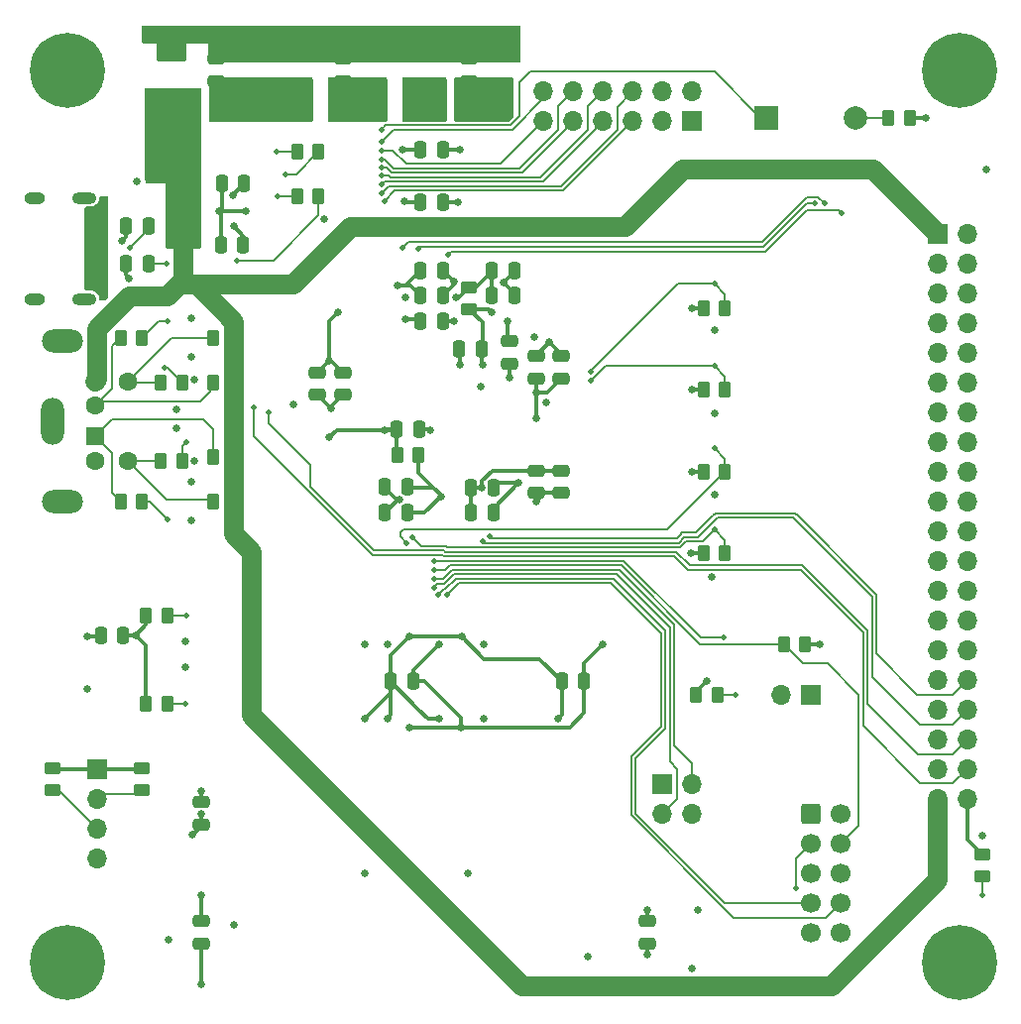
<source format=gbr>
%TF.GenerationSoftware,KiCad,Pcbnew,9.0.2+1*%
%TF.CreationDate,2025-07-26T23:48:39+01:00*%
%TF.ProjectId,ICE40HXDevBoard,49434534-3048-4584-9465-76426f617264,rev?*%
%TF.SameCoordinates,Original*%
%TF.FileFunction,Copper,L4,Bot*%
%TF.FilePolarity,Positive*%
%FSLAX46Y46*%
G04 Gerber Fmt 4.6, Leading zero omitted, Abs format (unit mm)*
G04 Created by KiCad (PCBNEW 9.0.2+1) date 2025-07-26 23:48:39*
%MOMM*%
%LPD*%
G01*
G04 APERTURE LIST*
G04 Aperture macros list*
%AMRoundRect*
0 Rectangle with rounded corners*
0 $1 Rounding radius*
0 $2 $3 $4 $5 $6 $7 $8 $9 X,Y pos of 4 corners*
0 Add a 4 corners polygon primitive as box body*
4,1,4,$2,$3,$4,$5,$6,$7,$8,$9,$2,$3,0*
0 Add four circle primitives for the rounded corners*
1,1,$1+$1,$2,$3*
1,1,$1+$1,$4,$5*
1,1,$1+$1,$6,$7*
1,1,$1+$1,$8,$9*
0 Add four rect primitives between the rounded corners*
20,1,$1+$1,$2,$3,$4,$5,0*
20,1,$1+$1,$4,$5,$6,$7,0*
20,1,$1+$1,$6,$7,$8,$9,0*
20,1,$1+$1,$8,$9,$2,$3,0*%
G04 Aperture macros list end*
%TA.AperFunction,ComponentPad*%
%ADD10R,2.000000X2.000000*%
%TD*%
%TA.AperFunction,ComponentPad*%
%ADD11C,2.000000*%
%TD*%
%TA.AperFunction,ComponentPad*%
%ADD12R,1.600000X1.600000*%
%TD*%
%TA.AperFunction,ComponentPad*%
%ADD13C,1.600000*%
%TD*%
%TA.AperFunction,ComponentPad*%
%ADD14O,3.500000X2.000000*%
%TD*%
%TA.AperFunction,ComponentPad*%
%ADD15O,2.000000X4.000000*%
%TD*%
%TA.AperFunction,ComponentPad*%
%ADD16R,1.700000X1.700000*%
%TD*%
%TA.AperFunction,ComponentPad*%
%ADD17O,1.700000X1.700000*%
%TD*%
%TA.AperFunction,HeatsinkPad*%
%ADD18O,2.100000X1.000000*%
%TD*%
%TA.AperFunction,HeatsinkPad*%
%ADD19O,1.800000X1.000000*%
%TD*%
%TA.AperFunction,ComponentPad*%
%ADD20RoundRect,0.250000X-0.600000X-0.600000X0.600000X-0.600000X0.600000X0.600000X-0.600000X0.600000X0*%
%TD*%
%TA.AperFunction,ComponentPad*%
%ADD21C,1.700000*%
%TD*%
%TA.AperFunction,ComponentPad*%
%ADD22C,6.400000*%
%TD*%
%TA.AperFunction,SMDPad,CuDef*%
%ADD23RoundRect,0.250000X0.475000X-0.250000X0.475000X0.250000X-0.475000X0.250000X-0.475000X-0.250000X0*%
%TD*%
%TA.AperFunction,SMDPad,CuDef*%
%ADD24RoundRect,0.250000X0.262500X0.450000X-0.262500X0.450000X-0.262500X-0.450000X0.262500X-0.450000X0*%
%TD*%
%TA.AperFunction,SMDPad,CuDef*%
%ADD25RoundRect,0.250000X-0.262500X-0.450000X0.262500X-0.450000X0.262500X0.450000X-0.262500X0.450000X0*%
%TD*%
%TA.AperFunction,SMDPad,CuDef*%
%ADD26RoundRect,0.250000X-0.475000X0.250000X-0.475000X-0.250000X0.475000X-0.250000X0.475000X0.250000X0*%
%TD*%
%TA.AperFunction,SMDPad,CuDef*%
%ADD27RoundRect,0.250000X-0.450000X0.262500X-0.450000X-0.262500X0.450000X-0.262500X0.450000X0.262500X0*%
%TD*%
%TA.AperFunction,SMDPad,CuDef*%
%ADD28RoundRect,0.250000X-0.250000X-0.475000X0.250000X-0.475000X0.250000X0.475000X-0.250000X0.475000X0*%
%TD*%
%TA.AperFunction,SMDPad,CuDef*%
%ADD29RoundRect,0.250000X0.250000X0.475000X-0.250000X0.475000X-0.250000X-0.475000X0.250000X-0.475000X0*%
%TD*%
%TA.AperFunction,SMDPad,CuDef*%
%ADD30RoundRect,0.250000X0.425000X-0.450000X0.425000X0.450000X-0.425000X0.450000X-0.425000X-0.450000X0*%
%TD*%
%TA.AperFunction,SMDPad,CuDef*%
%ADD31RoundRect,0.250000X1.025000X-0.787500X1.025000X0.787500X-1.025000X0.787500X-1.025000X-0.787500X0*%
%TD*%
%TA.AperFunction,SMDPad,CuDef*%
%ADD32RoundRect,0.250000X0.450000X-0.262500X0.450000X0.262500X-0.450000X0.262500X-0.450000X-0.262500X0*%
%TD*%
%TA.AperFunction,ViaPad*%
%ADD33C,0.635000*%
%TD*%
%TA.AperFunction,ViaPad*%
%ADD34C,0.762000*%
%TD*%
%TA.AperFunction,ViaPad*%
%ADD35C,0.508000*%
%TD*%
%TA.AperFunction,Conductor*%
%ADD36C,0.317500*%
%TD*%
%TA.AperFunction,Conductor*%
%ADD37C,1.651000*%
%TD*%
%TA.AperFunction,Conductor*%
%ADD38C,0.190500*%
%TD*%
G04 APERTURE END LIST*
D10*
%TO.P,SP1,1,1*%
%TO.N,BUZZER*%
X237510000Y-80264000D03*
D11*
%TO.P,SP1,2,2*%
%TO.N,Net-(R36-Pad1)*%
X245110000Y-80264000D03*
%TD*%
D12*
%TO.P,J11,1*%
%TO.N,Net-(J11-Pad1)*%
X180180000Y-107480000D03*
D13*
%TO.P,J11,2*%
%TO.N,Net-(J11-Pad2)*%
X180180000Y-104880000D03*
%TO.P,J11,3*%
%TO.N,GND*%
X180180000Y-109580000D03*
%TO.P,J11,4*%
%TO.N,+5V*%
X180180000Y-102780000D03*
%TO.P,J11,5*%
%TO.N,Net-(J11-Pad5)*%
X182980000Y-109580000D03*
%TO.P,J11,6*%
%TO.N,Net-(J11-Pad6)*%
X182980000Y-102780000D03*
D14*
%TO.P,J11,7*%
%TO.N,N/C*%
X177330000Y-99330000D03*
D15*
X176530000Y-106180000D03*
D14*
X177330000Y-113030000D03*
%TD*%
D16*
%TO.P,J6,1,Pin_1*%
%TO.N,+5V*%
X252095000Y-90170000D03*
D17*
%TO.P,J6,2,Pin_2*%
%TO.N,GND*%
X254635000Y-90170000D03*
%TO.P,J6,3,Pin_3*%
%TO.N,MASTERCLK*%
X252095000Y-92710000D03*
%TO.P,J6,4,Pin_4*%
%TO.N,SECONDARYCLK*%
X254635000Y-92710000D03*
%TO.P,J6,5,Pin_5*%
%TO.N,EXP0*%
X252095000Y-95250000D03*
%TO.P,J6,6,Pin_6*%
%TO.N,EXP15*%
X254635000Y-95250000D03*
%TO.P,J6,7,Pin_7*%
%TO.N,EXP1*%
X252095000Y-97790000D03*
%TO.P,J6,8,Pin_8*%
%TO.N,EXP16*%
X254635000Y-97790000D03*
%TO.P,J6,9,Pin_9*%
%TO.N,EXP2*%
X252095000Y-100330000D03*
%TO.P,J6,10,Pin_10*%
%TO.N,EXP17*%
X254635000Y-100330000D03*
%TO.P,J6,11,Pin_11*%
%TO.N,EXP3*%
X252095000Y-102870000D03*
%TO.P,J6,12,Pin_12*%
%TO.N,EXP18*%
X254635000Y-102870000D03*
%TO.P,J6,13,Pin_13*%
%TO.N,EXP4*%
X252095000Y-105410000D03*
%TO.P,J6,14,Pin_14*%
%TO.N,EXP19*%
X254635000Y-105410000D03*
%TO.P,J6,15,Pin_15*%
%TO.N,EXP5*%
X252095000Y-107950000D03*
%TO.P,J6,16,Pin_16*%
%TO.N,EXP20*%
X254635000Y-107950000D03*
%TO.P,J6,17,Pin_17*%
%TO.N,EXP6*%
X252095000Y-110490000D03*
%TO.P,J6,18,Pin_18*%
%TO.N,EXP21*%
X254635000Y-110490000D03*
%TO.P,J6,19,Pin_19*%
%TO.N,+3V3*%
X252095000Y-113030000D03*
%TO.P,J6,20,Pin_20*%
%TO.N,GND*%
X254635000Y-113030000D03*
%TO.P,J6,21,Pin_21*%
%TO.N,+3V3*%
X252095000Y-115570000D03*
%TO.P,J6,22,Pin_22*%
%TO.N,GND*%
X254635000Y-115570000D03*
%TO.P,J6,23,Pin_23*%
%TO.N,EXP7*%
X252095000Y-118110000D03*
%TO.P,J6,24,Pin_24*%
%TO.N,EXP22*%
X254635000Y-118110000D03*
%TO.P,J6,25,Pin_25*%
%TO.N,EXP8*%
X252095000Y-120650000D03*
%TO.P,J6,26,Pin_26*%
%TO.N,EXP23*%
X254635000Y-120650000D03*
%TO.P,J6,27,Pin_27*%
%TO.N,EXP9*%
X252095000Y-123190000D03*
%TO.P,J6,28,Pin_28*%
%TO.N,EXP24*%
X254635000Y-123190000D03*
%TO.P,J6,29,Pin_29*%
%TO.N,EXP10*%
X252095000Y-125730000D03*
%TO.P,J6,30,Pin_30*%
%TO.N,EXP25*%
X254635000Y-125730000D03*
%TO.P,J6,31,Pin_31*%
%TO.N,EXP11*%
X252095000Y-128270000D03*
%TO.P,J6,32,Pin_32*%
%TO.N,EXPCBSEL0*%
X254635000Y-128270000D03*
%TO.P,J6,33,Pin_33*%
%TO.N,EXP12*%
X252095000Y-130810000D03*
%TO.P,J6,34,Pin_34*%
%TO.N,EXPCBSEL1*%
X254635000Y-130810000D03*
%TO.P,J6,35,Pin_35*%
%TO.N,EXP13*%
X252095000Y-133350000D03*
%TO.P,J6,36,Pin_36*%
%TO.N,I2CSCL*%
X254635000Y-133350000D03*
%TO.P,J6,37,Pin_37*%
%TO.N,EXP14*%
X252095000Y-135890000D03*
%TO.P,J6,38,Pin_38*%
%TO.N,I2CSDA*%
X254635000Y-135890000D03*
%TO.P,J6,39,Pin_39*%
%TO.N,+5V*%
X252095000Y-138430000D03*
%TO.P,J6,40,Pin_40*%
%TO.N,GND*%
X254635000Y-138430000D03*
%TD*%
D18*
%TO.P,J8,S1,SHIELD*%
%TO.N,GND*%
X179194625Y-87120000D03*
D19*
X175014625Y-87120000D03*
D18*
X179194625Y-95760000D03*
D19*
X175014625Y-95760000D03*
%TD*%
D16*
%TO.P,J3,1,Pin_1*%
%TO.N,/FPGA Power and Config/ICE_SS*%
X241300000Y-129540000D03*
D17*
%TO.P,J3,2,Pin_2*%
%TO.N,Net-(J3-Pin_2)*%
X238760000Y-129540000D03*
%TD*%
D20*
%TO.P,J12,1,Pin_1*%
%TO.N,+3V3*%
X241300000Y-139700000D03*
D21*
%TO.P,J12,2,Pin_2*%
%TO.N,GND*%
X243840000Y-139700000D03*
%TO.P,J12,3,Pin_3*%
%TO.N,/FPGA Power and Config/FLASH_MOSI*%
X241300000Y-142240000D03*
%TO.P,J12,4,Pin_4*%
%TO.N,/FPGA Power and Config/~{CRESET_B}*%
X243840000Y-142240000D03*
%TO.P,J12,5,Pin_5*%
%TO.N,/FPGA Power and Config/FLASH_MISO*%
X241300000Y-144780000D03*
%TO.P,J12,6,Pin_6*%
%TO.N,/FPGA Power and Config/CDONE*%
X243840000Y-144780000D03*
%TO.P,J12,7,Pin_7*%
%TO.N,/FPGA Power and Config/ICE_SCK*%
X241300000Y-147320000D03*
%TO.P,J12,8,Pin_8*%
%TO.N,/FPGA Power and Config/ICE_SS*%
X243840000Y-147320000D03*
%TO.P,J12,9,Pin_9*%
%TO.N,+3V3*%
X241300000Y-149860000D03*
%TO.P,J12,10,Pin_10*%
%TO.N,GND*%
X243840000Y-149860000D03*
%TD*%
D22*
%TO.P,H4,1,1*%
%TO.N,GND*%
X177800000Y-152400000D03*
%TD*%
D16*
%TO.P,J4,1,Pin_1*%
%TO.N,/FPGA Power and Config/FLASH_MOSI*%
X228600000Y-137160000D03*
D17*
%TO.P,J4,2,Pin_2*%
%TO.N,/FPGA Power and Config/ICE_MISO*%
X231140000Y-137160000D03*
%TO.P,J4,3,Pin_3*%
%TO.N,/FPGA Power and Config/ICE_MOSI*%
X228600000Y-139700000D03*
%TO.P,J4,4,Pin_4*%
%TO.N,/FPGA Power and Config/FLASH_MISO*%
X231140000Y-139700000D03*
%TD*%
D16*
%TO.P,J10,1,Pin_1*%
%TO.N,+3V3*%
X180340000Y-135900000D03*
D17*
%TO.P,J10,2,Pin_2*%
%TO.N,I2CSDA*%
X180340000Y-138440000D03*
%TO.P,J10,3,Pin_3*%
%TO.N,I2CSCL*%
X180340000Y-140980000D03*
%TO.P,J10,4,Pin_4*%
%TO.N,GND*%
X180340000Y-143520000D03*
%TD*%
D22*
%TO.P,H1,1,1*%
%TO.N,GND*%
X254000000Y-76200000D03*
%TD*%
%TO.P,H3,1,1*%
%TO.N,GND*%
X254000000Y-152400000D03*
%TD*%
D16*
%TO.P,J5,1,Pin_1*%
%TO.N,+3V3*%
X231140000Y-80555000D03*
D17*
%TO.P,J5,2,Pin_2*%
X231140000Y-78015000D03*
%TO.P,J5,3,Pin_3*%
%TO.N,GND*%
X228600000Y-80555000D03*
%TO.P,J5,4,Pin_4*%
X228600000Y-78015000D03*
%TO.P,J5,5,Pin_5*%
%TO.N,USER7*%
X226060000Y-80555000D03*
%TO.P,J5,6,Pin_6*%
%TO.N,USER3*%
X226060000Y-78015000D03*
%TO.P,J5,7,Pin_7*%
%TO.N,USER6*%
X223520000Y-80555000D03*
%TO.P,J5,8,Pin_8*%
%TO.N,USER2*%
X223520000Y-78015000D03*
%TO.P,J5,9,Pin_9*%
%TO.N,USER5*%
X220980000Y-80555000D03*
%TO.P,J5,10,Pin_10*%
%TO.N,USER1*%
X220980000Y-78015000D03*
%TO.P,J5,11,Pin_11*%
%TO.N,USER4*%
X218440000Y-80555000D03*
%TO.P,J5,12,Pin_12*%
%TO.N,USER0*%
X218440000Y-78015000D03*
%TD*%
D22*
%TO.P,H2,1,1*%
%TO.N,GND*%
X177800000Y-76200000D03*
%TD*%
D23*
%TO.P,C30,1*%
%TO.N,+3V3*%
X219964000Y-112317250D03*
%TO.P,C30,2*%
%TO.N,GND*%
X219964000Y-110417250D03*
%TD*%
D24*
%TO.P,R24,1*%
%TO.N,PS2BDATA*%
X184150000Y-99060000D03*
%TO.P,R24,2*%
%TO.N,Net-(J11-Pad2)*%
X182325000Y-99060000D03*
%TD*%
D25*
%TO.P,R34,1*%
%TO.N,Net-(J11-Pad5)*%
X185777500Y-109601000D03*
%TO.P,R34,2*%
%TO.N,PS2ACLK*%
X187602500Y-109601000D03*
%TD*%
%TO.P,R2,1*%
%TO.N,+1V2*%
X205970500Y-109081250D03*
%TO.P,R2,2*%
%TO.N,Net-(U1E-VCCPLL0)*%
X207795500Y-109081250D03*
%TD*%
D26*
%TO.P,C4,1*%
%TO.N,+3V3*%
X217805000Y-100638250D03*
%TO.P,C4,2*%
%TO.N,GND*%
X217805000Y-102538250D03*
%TD*%
D27*
%TO.P,R8,1*%
%TO.N,+3V3*%
X176530000Y-135866500D03*
%TO.P,R8,2*%
%TO.N,I2CSCL*%
X176530000Y-137691500D03*
%TD*%
D28*
%TO.P,C31,1*%
%TO.N,+3V3*%
X220030000Y-128427500D03*
%TO.P,C31,2*%
%TO.N,GND*%
X221930000Y-128427500D03*
%TD*%
D29*
%TO.P,C26,1*%
%TO.N,Net-(U1E-VCCPLL0)*%
X206817000Y-111760000D03*
%TO.P,C26,2*%
%TO.N,Net-(U1E-GNDPLL0)*%
X204917000Y-111760000D03*
%TD*%
D26*
%TO.P,C29,1*%
%TO.N,+2V5*%
X215519000Y-99368250D03*
%TO.P,C29,2*%
%TO.N,GND*%
X215519000Y-101268250D03*
%TD*%
%TO.P,C34,1*%
%TO.N,+3V3*%
X189230000Y-148910000D03*
%TO.P,C34,2*%
%TO.N,GND*%
X189230000Y-150810000D03*
%TD*%
D29*
%TO.P,C27,1*%
%TO.N,+2V5*%
X209865000Y-97651250D03*
%TO.P,C27,2*%
%TO.N,GND*%
X207965000Y-97651250D03*
%TD*%
D25*
%TO.P,R29,1*%
%TO.N,Net-(J11-Pad2)*%
X190222500Y-102870000D03*
%TO.P,R29,2*%
%TO.N,+5V*%
X192047500Y-102870000D03*
%TD*%
D29*
%TO.P,C28,1*%
%TO.N,Net-(U1E-VCCPLL0)*%
X206817000Y-114034250D03*
%TO.P,C28,2*%
%TO.N,Net-(U1E-GNDPLL0)*%
X204917000Y-114034250D03*
%TD*%
D24*
%TO.P,R12,1*%
%TO.N,BUTTON3*%
X233957500Y-117475000D03*
%TO.P,R12,2*%
%TO.N,+3V3*%
X232132500Y-117475000D03*
%TD*%
D26*
%TO.P,C20,1*%
%TO.N,+3V3*%
X227330000Y-148910000D03*
%TO.P,C20,2*%
%TO.N,GND*%
X227330000Y-150810000D03*
%TD*%
D28*
%TO.P,C15,1*%
%TO.N,Net-(U1E-VCCPLL1)*%
X214061000Y-95492250D03*
%TO.P,C15,2*%
%TO.N,Net-(U1E-GNDPLL1)*%
X215961000Y-95492250D03*
%TD*%
D25*
%TO.P,R28,1*%
%TO.N,Net-(J11-Pad6)*%
X190222500Y-99060000D03*
%TO.P,R28,2*%
%TO.N,+5V*%
X192047500Y-99060000D03*
%TD*%
D23*
%TO.P,C6,1*%
%TO.N,+3V3*%
X217805000Y-112317250D03*
%TO.P,C6,2*%
%TO.N,GND*%
X217805000Y-110417250D03*
%TD*%
D24*
%TO.P,R16,1*%
%TO.N,SDCARDDET*%
X186332500Y-130302000D03*
%TO.P,R16,2*%
%TO.N,+3V3*%
X184507500Y-130302000D03*
%TD*%
D30*
%TO.P,C14,1*%
%TO.N,+2V5*%
X203835000Y-77550000D03*
%TO.P,C14,2*%
%TO.N,GND*%
X203835000Y-74850000D03*
%TD*%
D31*
%TO.P,C1,1*%
%TO.N,+5V*%
X186690000Y-80645000D03*
%TO.P,C1,2*%
%TO.N,GND*%
X186690000Y-74420000D03*
%TD*%
D24*
%TO.P,R23,1*%
%TO.N,PS2BCLK*%
X187602500Y-102870000D03*
%TO.P,R23,2*%
%TO.N,Net-(J11-Pad6)*%
X185777500Y-102870000D03*
%TD*%
D28*
%TO.P,C12,1*%
%TO.N,Net-(U1E-VCCPLL1)*%
X214061000Y-93333250D03*
%TO.P,C12,2*%
%TO.N,Net-(U1E-GNDPLL1)*%
X215961000Y-93333250D03*
%TD*%
D29*
%TO.P,C8,1*%
%TO.N,+3V3*%
X214183000Y-111875250D03*
%TO.P,C8,2*%
%TO.N,GND*%
X212283000Y-111875250D03*
%TD*%
D25*
%TO.P,R32,1*%
%TO.N,Net-(J11-Pad1)*%
X190222500Y-109220000D03*
%TO.P,R32,2*%
%TO.N,+5V*%
X192047500Y-109220000D03*
%TD*%
D29*
%TO.P,C16,1*%
%TO.N,+1V2*%
X213167000Y-100064250D03*
%TO.P,C16,2*%
%TO.N,GND*%
X211267000Y-100064250D03*
%TD*%
D26*
%TO.P,C35,1*%
%TO.N,+3V3*%
X189230000Y-138750000D03*
%TO.P,C35,2*%
%TO.N,GND*%
X189230000Y-140650000D03*
%TD*%
D25*
%TO.P,R31,1*%
%TO.N,Net-(J11-Pad5)*%
X190222500Y-113030000D03*
%TO.P,R31,2*%
%TO.N,+5V*%
X192047500Y-113030000D03*
%TD*%
D29*
%TO.P,C11,1*%
%TO.N,+3V3*%
X209865000Y-93333250D03*
%TO.P,C11,2*%
%TO.N,GND*%
X207965000Y-93333250D03*
%TD*%
D26*
%TO.P,C5,1*%
%TO.N,+3V3*%
X219964000Y-100638250D03*
%TO.P,C5,2*%
%TO.N,GND*%
X219964000Y-102538250D03*
%TD*%
D30*
%TO.P,C21,1*%
%TO.N,+3V3*%
X208255000Y-77550000D03*
%TO.P,C21,2*%
%TO.N,GND*%
X208255000Y-74850000D03*
%TD*%
D29*
%TO.P,C19,1*%
%TO.N,+3V3*%
X192881125Y-85915500D03*
%TO.P,C19,2*%
%TO.N,GND*%
X190981125Y-85915500D03*
%TD*%
D25*
%TO.P,R20,1*%
%TO.N,Net-(D1-K)*%
X197402125Y-83185000D03*
%TO.P,R20,2*%
%TO.N,/Misc/RXLED*%
X199227125Y-83185000D03*
%TD*%
D29*
%TO.P,C33,1*%
%TO.N,+3V3*%
X209865000Y-83015000D03*
%TO.P,C33,2*%
%TO.N,GND*%
X207965000Y-83015000D03*
%TD*%
D32*
%TO.P,R9,1*%
%TO.N,+1V2*%
X212090000Y-96635250D03*
%TO.P,R9,2*%
%TO.N,Net-(U1E-VCCPLL1)*%
X212090000Y-94810250D03*
%TD*%
D29*
%TO.P,C40,1*%
%TO.N,+3V3*%
X192815125Y-91122500D03*
%TO.P,C40,2*%
%TO.N,GND*%
X190915125Y-91122500D03*
%TD*%
D32*
%TO.P,R35,1*%
%TO.N,Net-(D4-K)*%
X255905000Y-145057500D03*
%TO.P,R35,2*%
%TO.N,GND*%
X255905000Y-143232500D03*
%TD*%
D25*
%TO.P,R21,1*%
%TO.N,Net-(D3-K)*%
X197402125Y-86995000D03*
%TO.P,R21,2*%
%TO.N,/Misc/TXLED*%
X199227125Y-86995000D03*
%TD*%
D23*
%TO.P,C22,1*%
%TO.N,+1V2*%
X212065000Y-77150000D03*
%TO.P,C22,2*%
%TO.N,GND*%
X212065000Y-75250000D03*
%TD*%
D24*
%TO.P,R1,1*%
%TO.N,+3V3*%
X240815500Y-125222000D03*
%TO.P,R1,2*%
%TO.N,/FPGA Power and Config/~{CRESET_B}*%
X238990500Y-125222000D03*
%TD*%
%TO.P,R30,1*%
%TO.N,BUTTON0*%
X233957500Y-96520000D03*
%TO.P,R30,2*%
%TO.N,+3V3*%
X232132500Y-96520000D03*
%TD*%
D23*
%TO.P,C9,1*%
%TO.N,+3V3*%
X199136000Y-103935250D03*
%TO.P,C9,2*%
%TO.N,GND*%
X199136000Y-102035250D03*
%TD*%
D25*
%TO.P,R3,1*%
%TO.N,+3V3*%
X231497500Y-129540000D03*
%TO.P,R3,2*%
%TO.N,/FPGA Power and Config/CDONE*%
X233322500Y-129540000D03*
%TD*%
D29*
%TO.P,C38,1*%
%TO.N,Net-(C38-Pad1)*%
X184719000Y-92710000D03*
%TO.P,C38,2*%
%TO.N,GND*%
X182819000Y-92710000D03*
%TD*%
%TO.P,C17,1*%
%TO.N,+3V3*%
X209865000Y-95492250D03*
%TO.P,C17,2*%
%TO.N,GND*%
X207965000Y-95492250D03*
%TD*%
%TO.P,C18,1*%
%TO.N,+3V3*%
X209865000Y-87503000D03*
%TO.P,C18,2*%
%TO.N,GND*%
X207965000Y-87503000D03*
%TD*%
D25*
%TO.P,R33,1*%
%TO.N,Net-(J11-Pad1)*%
X182325000Y-113030000D03*
%TO.P,R33,2*%
%TO.N,PS2ADATA*%
X184150000Y-113030000D03*
%TD*%
D23*
%TO.P,C3,1*%
%TO.N,+3V3*%
X190500000Y-77150000D03*
%TO.P,C3,2*%
%TO.N,GND*%
X190500000Y-75250000D03*
%TD*%
D27*
%TO.P,R13,1*%
%TO.N,+3V3*%
X184150000Y-135866500D03*
%TO.P,R13,2*%
%TO.N,I2CSDA*%
X184150000Y-137691500D03*
%TD*%
D24*
%TO.P,R10,1*%
%TO.N,BUTTON1*%
X233957500Y-103505000D03*
%TO.P,R10,2*%
%TO.N,+3V3*%
X232132500Y-103505000D03*
%TD*%
D30*
%TO.P,C24,1*%
%TO.N,+1V2*%
X214605000Y-77550000D03*
%TO.P,C24,2*%
%TO.N,GND*%
X214605000Y-74850000D03*
%TD*%
D28*
%TO.P,C23,1*%
%TO.N,+1V2*%
X205933000Y-106922250D03*
%TO.P,C23,2*%
%TO.N,GND*%
X207833000Y-106922250D03*
%TD*%
D23*
%TO.P,C10,1*%
%TO.N,+2V5*%
X201295000Y-77150000D03*
%TO.P,C10,2*%
%TO.N,GND*%
X201295000Y-75250000D03*
%TD*%
D29*
%TO.P,C7,1*%
%TO.N,+3V3*%
X214183000Y-114034250D03*
%TO.P,C7,2*%
%TO.N,GND*%
X212283000Y-114034250D03*
%TD*%
D25*
%TO.P,R15,1*%
%TO.N,+3V3*%
X184507500Y-122809000D03*
%TO.P,R15,2*%
%TO.N,SDCARDCS*%
X186332500Y-122809000D03*
%TD*%
D30*
%TO.P,C13,1*%
%TO.N,+3V3*%
X193040000Y-77550000D03*
%TO.P,C13,2*%
%TO.N,GND*%
X193040000Y-74850000D03*
%TD*%
D23*
%TO.P,C25,1*%
%TO.N,+3V3*%
X201295000Y-103935250D03*
%TO.P,C25,2*%
%TO.N,GND*%
X201295000Y-102035250D03*
%TD*%
D24*
%TO.P,R11,1*%
%TO.N,BUTTON2*%
X233957500Y-110490000D03*
%TO.P,R11,2*%
%TO.N,+3V3*%
X232132500Y-110490000D03*
%TD*%
D28*
%TO.P,C32,1*%
%TO.N,+3V3*%
X205425000Y-128427500D03*
%TO.P,C32,2*%
%TO.N,GND*%
X207325000Y-128427500D03*
%TD*%
D25*
%TO.P,R36,1*%
%TO.N,Net-(R36-Pad1)*%
X247904000Y-80264000D03*
%TO.P,R36,2*%
%TO.N,GND*%
X249729000Y-80264000D03*
%TD*%
D29*
%TO.P,C39,1*%
%TO.N,Net-(C39-Pad1)*%
X184719000Y-89535000D03*
%TO.P,C39,2*%
%TO.N,GND*%
X182819000Y-89535000D03*
%TD*%
%TO.P,C36,1*%
%TO.N,+3V3*%
X182560000Y-124460000D03*
%TO.P,C36,2*%
%TO.N,GND*%
X180660000Y-124460000D03*
%TD*%
D30*
%TO.P,C2,1*%
%TO.N,+3V3*%
X197485000Y-77550000D03*
%TO.P,C2,2*%
%TO.N,GND*%
X197485000Y-74850000D03*
%TD*%
D33*
%TO.N,GND*%
X232791000Y-119507000D03*
X207010000Y-132334000D03*
X200152000Y-101019250D03*
X203200000Y-125252500D03*
X189230000Y-139745300D03*
X227330000Y-151765000D03*
X211390250Y-132334000D03*
X193032625Y-88265000D03*
X233045000Y-98425000D03*
X233045000Y-105505000D03*
X213360000Y-125252500D03*
X179451000Y-129032000D03*
X199390000Y-73025000D03*
X223520000Y-125252500D03*
X233045000Y-112490000D03*
X189230000Y-154305000D03*
X206375000Y-73025000D03*
X211963000Y-144780000D03*
X188341000Y-114681000D03*
X251079000Y-80264000D03*
X203200000Y-144780000D03*
X205994000Y-94603250D03*
X200914000Y-96889250D03*
X183750000Y-85725000D03*
X188595000Y-73025000D03*
X187071000Y-105156000D03*
X183074625Y-93980000D03*
X205105000Y-125252500D03*
X191770000Y-73025000D03*
X190788125Y-88265000D03*
X206375000Y-83015000D03*
X206560516Y-87432126D03*
X195580000Y-73025000D03*
X192024000Y-149225000D03*
X188341000Y-100711000D03*
X206629000Y-97524250D03*
X217805000Y-105918000D03*
X208788000Y-106934000D03*
X217678000Y-99048250D03*
X188623000Y-109601000D03*
X215519000Y-102477250D03*
X210185000Y-73025000D03*
X184785000Y-73025000D03*
X213187700Y-111894300D03*
X213360000Y-73025000D03*
X217805000Y-103759000D03*
X202565000Y-73025000D03*
X182439625Y-90805000D03*
X197114250Y-104764750D03*
X211328000Y-101346000D03*
X187833000Y-127185000D03*
X186436000Y-150495000D03*
X188468000Y-141540000D03*
X209550000Y-125252500D03*
X179451000Y-124587000D03*
D34*
%TO.N,+5V*%
X187710125Y-88265000D03*
X186884625Y-84455000D03*
X186884625Y-83185000D03*
X187710125Y-89535000D03*
X187710125Y-90805000D03*
D33*
%TO.N,+3V3*%
X210820000Y-94288250D03*
X189230000Y-137795000D03*
X209550000Y-131602500D03*
X193015000Y-80010000D03*
X191745000Y-80010000D03*
X195580000Y-78740000D03*
X242062000Y-125222000D03*
X200279000Y-105144250D03*
X191931125Y-86931500D03*
X198120000Y-80010000D03*
X216308060Y-111494250D03*
X218967001Y-99450813D03*
X188623000Y-102648395D03*
X188341000Y-111379000D03*
X231140000Y-103505000D03*
X217882030Y-113068220D03*
X255905000Y-141605000D03*
X205105000Y-131602500D03*
X231140000Y-110490000D03*
X189230000Y-146685000D03*
X231140000Y-96520000D03*
X231671500Y-147955000D03*
X191994625Y-89535000D03*
X206985000Y-80010000D03*
X208255000Y-80010000D03*
X194310000Y-80010000D03*
X213360000Y-131602500D03*
X199751389Y-88920927D03*
X196850000Y-80010000D03*
X227330000Y-147955000D03*
X219710000Y-131602500D03*
X188341000Y-97409000D03*
X183642000Y-124460000D03*
X209525000Y-80010000D03*
X191745000Y-78740000D03*
X195580000Y-80010000D03*
X218694000Y-104636250D03*
X231013000Y-117475000D03*
X194310000Y-78740000D03*
X206629000Y-95619250D03*
X222250000Y-151892000D03*
X256286000Y-84709000D03*
X207041750Y-124585750D03*
X193015000Y-78740000D03*
X187833000Y-124985000D03*
X211158000Y-87503000D03*
X187071000Y-106807000D03*
X211455000Y-124585750D03*
X232410000Y-128397000D03*
X203200000Y-131602500D03*
X231140000Y-152908000D03*
X211285000Y-83015000D03*
%TO.N,+2V5*%
X210820000Y-97663000D03*
X203200000Y-78740000D03*
X203200000Y-80010000D03*
X201930000Y-80010000D03*
X201930000Y-78740000D03*
X200660000Y-78740000D03*
X204470000Y-78740000D03*
X215392000Y-97663000D03*
X204470000Y-80010000D03*
X200660000Y-80010000D03*
%TO.N,Net-(U1E-GNDPLL1)*%
X215011000Y-94349250D03*
%TO.N,Net-(U1E-VCCPLL1)*%
X210947000Y-95631000D03*
%TO.N,+1V2*%
X213970000Y-78740000D03*
X211430000Y-78740000D03*
X212700000Y-78740000D03*
X213995000Y-96889250D03*
X212700000Y-80010000D03*
X215240000Y-78740000D03*
X215240000Y-80010000D03*
X200123485Y-107593500D03*
X213970000Y-80010000D03*
X213233000Y-101346000D03*
X204851000Y-106934000D03*
X213106000Y-103239250D03*
X211430000Y-80010000D03*
%TO.N,Net-(U1E-VCCPLL0)*%
X209677000Y-112649000D03*
%TO.N,Net-(U1E-GNDPLL0)*%
X206121000Y-112903000D03*
D35*
%TO.N,Net-(C38-Pad1)*%
X186249625Y-92710000D03*
%TO.N,Net-(C39-Pad1)*%
X183106375Y-91408250D03*
%TO.N,Net-(D1-K)*%
X195644625Y-83185000D03*
%TO.N,Net-(D3-K)*%
X195774625Y-86995000D03*
%TO.N,LEDRED*%
X242443000Y-87598250D03*
X206436203Y-91369794D03*
%TO.N,LEDGREEN*%
X241666916Y-87598250D03*
X207760250Y-91440000D03*
%TO.N,LEDBLUE*%
X210300000Y-91948000D03*
X243943500Y-88392000D03*
%TO.N,/FPGA Power and Config/CDONE*%
X209099749Y-118179423D03*
X233807000Y-124682250D03*
X234823000Y-129540000D03*
%TO.N,/FPGA Power and Config/~{CRESET_B}*%
X209099750Y-118942744D03*
%TO.N,/FPGA Power and Config/ICE_SS*%
X210179667Y-121037655D03*
%TO.N,/FPGA Power and Config/ICE_MISO*%
X209107014Y-119641209D03*
%TO.N,/FPGA Power and Config/ICE_MOSI*%
X209099750Y-120411796D03*
%TO.N,/FPGA Power and Config/FLASH_MOSI*%
X240030000Y-146050000D03*
%TO.N,/FPGA Power and Config/ICE_SCK*%
X209423000Y-121031000D03*
%TO.N,EXPCBSEL1*%
X213233000Y-116427250D03*
%TO.N,EXPCBSEL0*%
X213824500Y-116046250D03*
%TO.N,USER5*%
X204597000Y-84518497D03*
%TO.N,USER7*%
X204846422Y-87393452D03*
%TO.N,USER0*%
X204597000Y-82296000D03*
%TO.N,USER4*%
X204597000Y-83058000D03*
%TO.N,USER6*%
X204596339Y-85978339D03*
%TO.N,USER3*%
X204597000Y-86741000D03*
%TO.N,USER1*%
X204597000Y-83819994D03*
%TO.N,USER2*%
X204597000Y-85217000D03*
%TO.N,SDCARDCS*%
X187936000Y-122785000D03*
%TO.N,SDCARDDET*%
X187833000Y-130302000D03*
%TO.N,I2CSCL*%
X194945000Y-105413250D03*
%TO.N,I2CSDA*%
X193675000Y-105029000D03*
%TO.N,BUTTON1*%
X233045000Y-101505000D03*
X222504000Y-102743000D03*
%TO.N,BUTTON2*%
X206756000Y-116586000D03*
X233045000Y-108490000D03*
%TO.N,/Misc/RXLED*%
X196409625Y-85090000D03*
%TO.N,/Misc/TXLED*%
X192278000Y-92456000D03*
%TO.N,PS2BCLK*%
X186055000Y-101600000D03*
%TO.N,PS2BDATA*%
X186305837Y-97663000D03*
%TO.N,BUTTON0*%
X222489254Y-101974954D03*
X233045000Y-94425000D03*
%TO.N,PS2ADATA*%
X186372500Y-114617500D03*
%TO.N,PS2ACLK*%
X187960000Y-107950000D03*
%TO.N,BUZZER*%
X204597000Y-81280000D03*
%TO.N,/Misc/VBUS*%
X180915625Y-89027000D03*
X180915625Y-87503000D03*
X180915625Y-93853000D03*
X180915625Y-95377000D03*
X180915625Y-88265000D03*
X180915625Y-94615000D03*
%TO.N,BUTTON3*%
X207280753Y-116094753D03*
X233045000Y-115475000D03*
%TO.N,Net-(D4-K)*%
X255905000Y-146685000D03*
%TD*%
D36*
%TO.N,GND*%
X182759625Y-93665000D02*
X183074625Y-93980000D01*
X221930000Y-126842500D02*
X223520000Y-125252500D01*
X213187700Y-111894300D02*
X213168650Y-111875250D01*
X211390250Y-132334000D02*
X207010000Y-132334000D01*
X180533000Y-124587000D02*
X180660000Y-124460000D01*
X221930000Y-128427500D02*
X221930000Y-126842500D01*
X211328000Y-101346000D02*
X211328000Y-100125250D01*
X211328000Y-100125250D02*
X211267000Y-100064250D01*
X213187700Y-111309116D02*
X214079566Y-110417250D01*
X217805000Y-103759000D02*
X217805000Y-105918000D01*
X217805000Y-103759000D02*
X218743250Y-103759000D01*
X211390250Y-132334000D02*
X211390250Y-131537750D01*
X213168650Y-111875250D02*
X212283000Y-111875250D01*
X219964000Y-110417250D02*
X217805000Y-110417250D01*
X254635000Y-141962500D02*
X255905000Y-143232500D01*
X209550000Y-125252500D02*
X207325000Y-127477500D01*
X207838000Y-87503000D02*
X206631390Y-87503000D01*
X217805000Y-103759000D02*
X217805000Y-102538250D01*
X211390250Y-131537750D02*
X208280000Y-128427500D01*
X190981125Y-88072000D02*
X190788125Y-88265000D01*
X179451000Y-124587000D02*
X180533000Y-124587000D01*
X206695000Y-94603250D02*
X207965000Y-93333250D01*
X205994000Y-94603250D02*
X206695000Y-94603250D01*
X205994000Y-94603250D02*
X207076000Y-94603250D01*
X207076000Y-94603250D02*
X207965000Y-95492250D01*
X207772000Y-106922250D02*
X208776250Y-106922250D01*
X200152000Y-97651250D02*
X200152000Y-100892250D01*
X220726000Y-132334000D02*
X221930000Y-131130000D01*
X227330000Y-150810000D02*
X227330000Y-151765000D01*
X189230000Y-154305000D02*
X189230000Y-150810000D01*
X221930000Y-131130000D02*
X221930000Y-128427500D01*
X190788125Y-88265000D02*
X193032625Y-88265000D01*
X207965000Y-83015000D02*
X206375000Y-83015000D01*
X182759625Y-90485000D02*
X182759625Y-89535000D01*
X213187700Y-111894300D02*
X213187700Y-111309116D01*
X207325000Y-127477500D02*
X207325000Y-128427500D01*
X200152000Y-100892250D02*
X201295000Y-102035250D01*
X188468000Y-141540000D02*
X189295000Y-140713000D01*
X214079566Y-110417250D02*
X217805000Y-110417250D01*
X207838000Y-97524250D02*
X206629000Y-97524250D01*
X189295000Y-140713000D02*
X189295000Y-140650000D01*
X218743250Y-103759000D02*
X219964000Y-102538250D01*
X190915125Y-88392000D02*
X190915125Y-91122500D01*
X208776250Y-106922250D02*
X208788000Y-106934000D01*
X212283000Y-114034250D02*
X212283000Y-111875250D01*
X199136000Y-102035250D02*
X200152000Y-101019250D01*
X182439625Y-90805000D02*
X182759625Y-90485000D01*
X189230000Y-139745300D02*
X189230000Y-140650000D01*
X208280000Y-128427500D02*
X207325000Y-128427500D01*
X211390250Y-132334000D02*
X220726000Y-132334000D01*
X254635000Y-138430000D02*
X254635000Y-141962500D01*
X200914000Y-96889250D02*
X200152000Y-97651250D01*
X182759625Y-92710000D02*
X182759625Y-93665000D01*
X206631390Y-87503000D02*
X206560516Y-87432126D01*
X215519000Y-101268250D02*
X215519000Y-102477250D01*
X200152000Y-101019250D02*
X200152000Y-100892250D01*
X190788125Y-88265000D02*
X190915125Y-88392000D01*
X251079000Y-80264000D02*
X249729000Y-80264000D01*
X207965000Y-87630000D02*
X207838000Y-87503000D01*
X190981125Y-85915500D02*
X190981125Y-88072000D01*
D37*
%TO.N,+5V*%
X193548000Y-131318000D02*
X193548000Y-117348000D01*
X192047500Y-102870000D02*
X192047500Y-99060000D01*
X201993500Y-89598500D02*
X197072250Y-94519750D01*
X252095000Y-145415000D02*
X243078000Y-154432000D01*
X252095000Y-138430000D02*
X252095000Y-145415000D01*
X188849000Y-94519750D02*
X188055250Y-94519750D01*
X186380750Y-95504000D02*
X187710125Y-94174625D01*
X243078000Y-154432000D02*
X216662000Y-154432000D01*
X216662000Y-154432000D02*
X193548000Y-131318000D01*
X180308250Y-102651750D02*
X180308250Y-98297522D01*
X180308250Y-98297522D02*
X183101772Y-95504000D01*
X192047500Y-109220000D02*
X192024000Y-109196500D01*
X225488500Y-89598500D02*
X201993500Y-89598500D01*
X197072250Y-94519750D02*
X188849000Y-94519750D01*
X192047500Y-97718250D02*
X188849000Y-94519750D01*
X183101772Y-95504000D02*
X186380750Y-95504000D01*
X193548000Y-117348000D02*
X192047500Y-115847500D01*
X187710125Y-94174625D02*
X187710125Y-92075000D01*
X192047500Y-115847500D02*
X192047500Y-113030000D01*
X192024000Y-102893500D02*
X192047500Y-102870000D01*
X252095000Y-90170000D02*
X246634000Y-84709000D01*
X192047500Y-113030000D02*
X192047500Y-109220000D01*
X192024000Y-109196500D02*
X192024000Y-102893500D01*
X230378000Y-84709000D02*
X225488500Y-89598500D01*
X187710125Y-92075000D02*
X187710125Y-89535000D01*
X192047500Y-99060000D02*
X192047500Y-97718250D01*
X187710125Y-89535000D02*
X187710125Y-88265000D01*
X246634000Y-84709000D02*
X230378000Y-84709000D01*
X180180000Y-102780000D02*
X180308250Y-102651750D01*
D36*
%TO.N,+3V3*%
X200279000Y-105144250D02*
X200279000Y-104951250D01*
X232132500Y-110490000D02*
X231140000Y-110490000D01*
X227330000Y-148910000D02*
X227330000Y-147955000D01*
X219964000Y-100638250D02*
X219964000Y-100447812D01*
X220030000Y-131282500D02*
X220030000Y-128427500D01*
X189230000Y-138750000D02*
X189230000Y-137795000D01*
X216308060Y-111494250D02*
X214564000Y-111494250D01*
X184507500Y-125325500D02*
X183642000Y-124460000D01*
X200279000Y-105144250D02*
X200279000Y-105078250D01*
X218125000Y-126522500D02*
X220030000Y-128427500D01*
X205105000Y-131602500D02*
X205425000Y-131282500D01*
X210820000Y-94537250D02*
X209865000Y-95492250D01*
X200279000Y-105078250D02*
X199136000Y-103935250D01*
X214564000Y-111494250D02*
X214183000Y-111875250D01*
X208600000Y-131602500D02*
X207805000Y-130807500D01*
X232132500Y-103505000D02*
X231140000Y-103505000D01*
X205425000Y-128427500D02*
X205425000Y-126202500D01*
X231497500Y-129309500D02*
X231497500Y-129540000D01*
X217805000Y-112991190D02*
X217882030Y-113068220D01*
X209865000Y-83015000D02*
X211285000Y-83015000D01*
X211455000Y-124585750D02*
X207041750Y-124585750D01*
X184507500Y-122809000D02*
X184507500Y-123594500D01*
X192815125Y-91122500D02*
X192815125Y-90355500D01*
X209865000Y-93333250D02*
X209865000Y-93648250D01*
X232410000Y-128397000D02*
X231497500Y-129309500D01*
X205425000Y-129377500D02*
X205425000Y-128427500D01*
X207805000Y-130807500D02*
X205425000Y-128427500D01*
X200279000Y-104951250D02*
X201295000Y-103935250D01*
X218633000Y-112317250D02*
X217882030Y-113068220D01*
X209865000Y-87503000D02*
X211158000Y-87503000D01*
X216308060Y-111494250D02*
X214183000Y-113619310D01*
X189230000Y-148910000D02*
X189230000Y-146685000D01*
X242062000Y-125222000D02*
X240815500Y-125222000D01*
X183642000Y-124460000D02*
X182560000Y-124460000D01*
X232132500Y-117475000D02*
X231013000Y-117475000D01*
X232132500Y-96520000D02*
X231140000Y-96520000D01*
X180340000Y-135900000D02*
X184116500Y-135900000D01*
X205425000Y-131282500D02*
X205425000Y-128427500D01*
X176563500Y-135900000D02*
X176530000Y-135866500D01*
X191931125Y-86931500D02*
X191931125Y-86865500D01*
X213391750Y-126522500D02*
X218125000Y-126522500D01*
X214183000Y-113619310D02*
X214183000Y-114034250D01*
X210820000Y-94288250D02*
X209865000Y-93333250D01*
X217805000Y-100612814D02*
X218967001Y-99450813D01*
X219964000Y-112317250D02*
X218633000Y-112317250D01*
X191931125Y-86865500D02*
X192881125Y-85915500D01*
X217805000Y-100638250D02*
X217805000Y-100612814D01*
X184507500Y-123594500D02*
X183642000Y-124460000D01*
X205425000Y-126202500D02*
X207041750Y-124585750D01*
X192815125Y-90355500D02*
X191994625Y-89535000D01*
X210820000Y-94288250D02*
X210820000Y-94537250D01*
X203200000Y-131602500D02*
X205425000Y-129377500D01*
X209550000Y-131602500D02*
X208600000Y-131602500D01*
X217805000Y-112317250D02*
X217805000Y-112991190D01*
X184116500Y-135900000D02*
X184150000Y-135866500D01*
X180340000Y-135900000D02*
X176563500Y-135900000D01*
X211455000Y-124585750D02*
X213391750Y-126522500D01*
X219710000Y-131602500D02*
X220030000Y-131282500D01*
X219964000Y-100447812D02*
X218967001Y-99450813D01*
X184507500Y-130302000D02*
X184507500Y-125325500D01*
%TO.N,+2V5*%
X215392000Y-97663000D02*
X215392000Y-99241250D01*
X215392000Y-99241250D02*
X215519000Y-99368250D01*
X210820000Y-97663000D02*
X210808250Y-97651250D01*
X210808250Y-97651250D02*
X209865000Y-97651250D01*
%TO.N,Net-(U1E-GNDPLL1)*%
X216022000Y-93338250D02*
X216022000Y-93333250D01*
X215011000Y-94349250D02*
X216022000Y-93338250D01*
X215961000Y-95492250D02*
X215961000Y-95299250D01*
X215961000Y-95299250D02*
X215011000Y-94349250D01*
%TO.N,Net-(U1E-VCCPLL1)*%
X210947000Y-95631000D02*
X211269250Y-95631000D01*
X213922250Y-95631000D02*
X214061000Y-95492250D01*
X212090000Y-94810250D02*
X212645000Y-94810250D01*
X212645000Y-94810250D02*
X214122000Y-93333250D01*
X214061000Y-93333250D02*
X214061000Y-95492250D01*
X211269250Y-95631000D02*
X212090000Y-94810250D01*
%TO.N,+1V2*%
X200123485Y-107593500D02*
X200782985Y-106934000D01*
X213167000Y-101280000D02*
X213167000Y-100064250D01*
X213741000Y-96635250D02*
X213995000Y-96889250D01*
X205921250Y-106934000D02*
X205933000Y-106922250D01*
X213233000Y-97778250D02*
X213233000Y-99998250D01*
X212090000Y-96635250D02*
X213233000Y-97778250D01*
X213233000Y-101346000D02*
X213167000Y-101280000D01*
X212090000Y-96635250D02*
X213741000Y-96635250D01*
X204862750Y-106922250D02*
X205933000Y-106922250D01*
X204851000Y-106934000D02*
X204862750Y-106922250D01*
X205933000Y-106922250D02*
X205933000Y-109043750D01*
X213233000Y-99998250D02*
X213167000Y-100064250D01*
X200782985Y-106934000D02*
X205921250Y-106934000D01*
X205933000Y-109043750D02*
X205970500Y-109081250D01*
%TO.N,Net-(U1E-VCCPLL0)*%
X209677000Y-112510250D02*
X209042000Y-111875250D01*
X209677000Y-112649000D02*
X208291750Y-114034250D01*
X207795500Y-110628750D02*
X209042000Y-111875250D01*
X209677000Y-112649000D02*
X209677000Y-112510250D01*
X207795500Y-109081250D02*
X207795500Y-110628750D01*
X206817000Y-111875250D02*
X209042000Y-111875250D01*
X208291750Y-114034250D02*
X206817000Y-114034250D01*
%TO.N,Net-(U1E-GNDPLL0)*%
X206121000Y-112903000D02*
X205944750Y-112903000D01*
X206121000Y-112903000D02*
X206048250Y-112903000D01*
X205944750Y-112903000D02*
X204917000Y-111875250D01*
X206048250Y-112903000D02*
X204917000Y-114034250D01*
D38*
%TO.N,Net-(C38-Pad1)*%
X184659625Y-92710000D02*
X186249625Y-92710000D01*
%TO.N,Net-(C39-Pad1)*%
X183106375Y-91408250D02*
X184659625Y-89855000D01*
X184659625Y-89855000D02*
X184659625Y-89535000D01*
%TO.N,Net-(D1-K)*%
X195774625Y-83185000D02*
X197402125Y-83185000D01*
%TO.N,Net-(D3-K)*%
X197402125Y-86995000D02*
X195774625Y-86995000D01*
%TO.N,LEDRED*%
X241903250Y-87058500D02*
X240950363Y-87058500D01*
X206905747Y-90900250D02*
X206436203Y-91369794D01*
X240950363Y-87058500D02*
X237108613Y-90900250D01*
X237108613Y-90900250D02*
X206905747Y-90900250D01*
X242443000Y-87598250D02*
X241903250Y-87058500D01*
%TO.N,LEDGREEN*%
X207887250Y-91313000D02*
X237234678Y-91313000D01*
X237234678Y-91313000D02*
X240949428Y-87598250D01*
X240949428Y-87598250D02*
X241666916Y-87598250D01*
X207760250Y-91440000D02*
X207887250Y-91313000D01*
%TO.N,LEDBLUE*%
X237392908Y-91695000D02*
X237076449Y-91695001D01*
X237392907Y-91695001D02*
X237392908Y-91695000D01*
X240949908Y-88138000D02*
X237616678Y-91471230D01*
X241890902Y-88139000D02*
X241442930Y-88139000D01*
X237616678Y-91471230D02*
X237392907Y-91695001D01*
X241441930Y-88138000D02*
X240949908Y-88138000D01*
X237076449Y-91695001D02*
X237076448Y-91695000D01*
X237076448Y-91695000D02*
X210553000Y-91695000D01*
X241891902Y-88138000D02*
X241890902Y-88139000D01*
X243689500Y-88138000D02*
X241891902Y-88138000D01*
X210553000Y-91695000D02*
X210300000Y-91948000D01*
X241442930Y-88139000D02*
X241441930Y-88138000D01*
X243943500Y-88392000D02*
X243689500Y-88138000D01*
%TO.N,/FPGA Power and Config/CDONE*%
X225298000Y-118110000D02*
X210312000Y-118110000D01*
X210312000Y-118110000D02*
X210242577Y-118179423D01*
X231870250Y-124682250D02*
X225298000Y-118110000D01*
X210242577Y-118179423D02*
X209099749Y-118179423D01*
X233807000Y-124682250D02*
X231870250Y-124682250D01*
X234823000Y-129540000D02*
X233322500Y-129540000D01*
%TO.N,/FPGA Power and Config/~{CRESET_B}*%
X238990500Y-125222000D02*
X240641500Y-126873000D01*
X245364000Y-129540000D02*
X245364000Y-140716000D01*
X210473552Y-118491000D02*
X225107500Y-118491000D01*
X209099750Y-118942744D02*
X210021808Y-118942744D01*
X210021808Y-118942744D02*
X210473552Y-118491000D01*
X245364000Y-140716000D02*
X243840000Y-142240000D01*
X240641500Y-126873000D02*
X242697000Y-126873000D01*
X225107500Y-118491000D02*
X231838500Y-125222000D01*
X231838500Y-125222000D02*
X238990500Y-125222000D01*
X242697000Y-126873000D02*
X245364000Y-129540000D01*
%TO.N,/FPGA Power and Config/ICE_SS*%
X233777185Y-147702001D02*
X234665184Y-148590000D01*
X211201322Y-120016000D02*
X224156000Y-120016000D01*
X234665184Y-148590000D02*
X242570000Y-148590000D01*
X225931999Y-139541771D02*
X225932000Y-139858230D01*
X210179667Y-121037655D02*
X211201322Y-120016000D01*
X225931999Y-134842771D02*
X225931999Y-135159229D01*
X242570000Y-148590000D02*
X243840000Y-147320000D01*
X233775771Y-147702001D02*
X233775770Y-147702000D01*
X228474250Y-124334250D02*
X228474250Y-132300520D01*
X225931999Y-135159229D02*
X225932000Y-135159230D01*
X224156000Y-120016000D02*
X228474250Y-124334250D01*
X228474250Y-132300520D02*
X225931999Y-134842771D01*
X225931999Y-139858229D02*
X233775771Y-147702001D01*
X225932000Y-139541770D02*
X225931999Y-139541771D01*
X225932000Y-139858230D02*
X225931999Y-139858229D01*
X225932000Y-135159230D02*
X225932000Y-139541770D01*
X233775770Y-147702000D02*
X233777185Y-147702001D01*
%TO.N,/FPGA Power and Config/ICE_MISO*%
X209862159Y-119641209D02*
X210631368Y-118872000D01*
X229618250Y-133860250D02*
X231140000Y-135382000D01*
X209107014Y-119641209D02*
X209862159Y-119641209D01*
X210631368Y-118872000D02*
X224917000Y-118872000D01*
X229618250Y-123573250D02*
X229618250Y-133860250D01*
X231140000Y-135382000D02*
X231140000Y-137160000D01*
X224917000Y-118872000D02*
X229618250Y-123573250D01*
%TO.N,/FPGA Power and Config/ICE_MOSI*%
X229870000Y-138430000D02*
X228600000Y-139700000D01*
X209099750Y-120411796D02*
X209394641Y-120116905D01*
X224663000Y-119253000D02*
X229237250Y-123827250D01*
X229237250Y-135252750D02*
X229235000Y-135255000D01*
X210789184Y-119253000D02*
X224663000Y-119253000D01*
X209925279Y-120116905D02*
X210789184Y-119253000D01*
X209394641Y-120116905D02*
X209925279Y-120116905D01*
X229235000Y-135255000D02*
X229870000Y-135890000D01*
X229237250Y-123827250D02*
X229237250Y-135252750D01*
X229870000Y-135890000D02*
X229870000Y-138430000D01*
%TO.N,/FPGA Power and Config/FLASH_MOSI*%
X240030000Y-146050000D02*
X240030000Y-143510000D01*
X240030000Y-143510000D02*
X241300000Y-142240000D01*
%TO.N,/FPGA Power and Config/ICE_SCK*%
X228856251Y-132458749D02*
X228856250Y-132458750D01*
X228856251Y-124081251D02*
X228856251Y-124176021D01*
X233935415Y-147320000D02*
X241300000Y-147320000D01*
X228856251Y-124176021D02*
X228856250Y-124176020D01*
X224409000Y-119634000D02*
X228856251Y-124081251D01*
X211359550Y-119634000D02*
X211359551Y-119633999D01*
X228856250Y-132458750D02*
X228632480Y-132682520D01*
X228856251Y-132142291D02*
X228856251Y-132458749D01*
X228856250Y-132142290D02*
X228856251Y-132142291D01*
X209638917Y-120815083D02*
X209638917Y-120813669D01*
X228856251Y-124176021D02*
X228856251Y-124492479D01*
X223997771Y-119633999D02*
X223997770Y-119634000D01*
X211359551Y-119633999D02*
X223774000Y-119634000D01*
X228632480Y-132682520D02*
X226314000Y-135001000D01*
X233934000Y-147320000D02*
X233935415Y-147320000D01*
X209638917Y-120813669D02*
X209955681Y-120496905D01*
X210947000Y-119634000D02*
X211359550Y-119634000D01*
X226314000Y-139383540D02*
X226314000Y-139700000D01*
X228856250Y-124492480D02*
X228856250Y-124716250D01*
X210084095Y-120496905D02*
X210947000Y-119634000D01*
X228856250Y-124716250D02*
X228856250Y-132142290D01*
X209955681Y-120496905D02*
X210084095Y-120496905D01*
X228856251Y-124492479D02*
X228856250Y-124492480D01*
X226314000Y-139700000D02*
X233934000Y-147320000D01*
X223997770Y-119634000D02*
X224409000Y-119634000D01*
X209423000Y-121031000D02*
X209638917Y-120815083D01*
X223774000Y-119634000D02*
X223997771Y-119633999D01*
X226314000Y-135001000D02*
X226314000Y-139383540D01*
%TO.N,EXPCBSEL1*%
X231648428Y-116108250D02*
X230474749Y-116108250D01*
X250571000Y-132080000D02*
X246507000Y-128016000D01*
X254635000Y-130810000D02*
X253365000Y-132080000D01*
X239775999Y-114427000D02*
X233329678Y-114427000D01*
X246507000Y-121158001D02*
X239775999Y-114427000D01*
X230474749Y-116108250D02*
X229996999Y-116586000D01*
X213391750Y-116586000D02*
X213233000Y-116427250D01*
X246507000Y-128016000D02*
X246507000Y-121158001D01*
X233329678Y-114427000D02*
X231648428Y-116108250D01*
X229996999Y-116586000D02*
X213391750Y-116586000D01*
X253365000Y-132080000D02*
X250571000Y-132080000D01*
%TO.N,EXPCBSEL0*%
X232947678Y-114268770D02*
X233171449Y-114044999D01*
X246665230Y-120776001D02*
X246889000Y-120999771D01*
X250380500Y-129540000D02*
X253365000Y-129540000D01*
X246889001Y-121316230D02*
X246889000Y-121316231D01*
X213824500Y-116046250D02*
X213982250Y-116204000D01*
X246889001Y-120999772D02*
X246889001Y-121316230D01*
X246889000Y-126048500D02*
X250380500Y-129540000D01*
X230316519Y-115726250D02*
X230632978Y-115726249D01*
X239617770Y-114044999D02*
X239617769Y-114045000D01*
X253365000Y-129540000D02*
X254635000Y-128270000D01*
X230632978Y-115726249D02*
X230632979Y-115726250D01*
X246889000Y-121316231D02*
X246889000Y-126048500D01*
X233487908Y-114045000D02*
X239617770Y-114044999D01*
X229838769Y-116204000D02*
X230092749Y-115950020D01*
X230092749Y-115950020D02*
X230316520Y-115726249D01*
X230316520Y-115726249D02*
X230316519Y-115726250D01*
X233171449Y-114044999D02*
X233171448Y-114045000D01*
X239617769Y-114045000D02*
X239934229Y-114045000D01*
X239934229Y-114045000D02*
X239934228Y-114044999D01*
X240157999Y-114268770D02*
X246665230Y-120776001D01*
X239934228Y-114044999D02*
X240157999Y-114268770D01*
X233487907Y-114044999D02*
X233487908Y-114045000D01*
X233171448Y-114045000D02*
X233487907Y-114044999D01*
X230632979Y-115726250D02*
X231490198Y-115726250D01*
X231490198Y-115726250D02*
X232947678Y-114268770D01*
X246889000Y-120999771D02*
X246889001Y-120999772D01*
X213982250Y-116204000D02*
X229838769Y-116204000D01*
%TO.N,USER5*%
X205097607Y-84543791D02*
X205516816Y-84963000D01*
X204622294Y-84543791D02*
X205097607Y-84543791D01*
X216662000Y-84963000D02*
X220980000Y-80645000D01*
X205516816Y-84963000D02*
X216662000Y-84963000D01*
X220980000Y-80645000D02*
X220980000Y-80555000D01*
X204597000Y-84518497D02*
X204622294Y-84543791D01*
%TO.N,USER7*%
X205752874Y-86487000D02*
X220128000Y-86487000D01*
X220128000Y-86487000D02*
X226060000Y-80555000D01*
X204846422Y-87393452D02*
X205752874Y-86487000D01*
%TO.N,USER0*%
X204597000Y-82296000D02*
X205613000Y-81280000D01*
X205613000Y-81280000D02*
X215803816Y-81280000D01*
X215803816Y-81280000D02*
X218440000Y-78643816D01*
X218440000Y-78643816D02*
X218440000Y-78015000D01*
%TO.N,USER4*%
X214794000Y-84201000D02*
X218440000Y-80555000D01*
X205564875Y-83058000D02*
X206707875Y-84201000D01*
X206707875Y-84201000D02*
X214794000Y-84201000D01*
X204597000Y-83058000D02*
X205564875Y-83058000D01*
%TO.N,USER6*%
X218440000Y-85725000D02*
X223520000Y-80645000D01*
X204596339Y-85978339D02*
X204849678Y-85725000D01*
X204849678Y-85725000D02*
X218440000Y-85725000D01*
X223520000Y-80645000D02*
X223520000Y-80555000D01*
%TO.N,USER3*%
X224745194Y-79329806D02*
X226060000Y-78015000D01*
X204597000Y-86741000D02*
X205232000Y-86106000D01*
X205232000Y-86106000D02*
X219919194Y-86106000D01*
X219919194Y-86106000D02*
X224745194Y-81280000D01*
X224745194Y-81280000D02*
X224745194Y-79329806D01*
%TO.N,USER1*%
X205674632Y-84582000D02*
X216408000Y-84582000D01*
X204597000Y-83819994D02*
X204912626Y-83819994D01*
X204912626Y-83819994D02*
X205674632Y-84582000D01*
X216408000Y-84582000D02*
X219710000Y-81280000D01*
X219710000Y-79285000D02*
X220980000Y-78015000D01*
X219710000Y-81280000D02*
X219710000Y-79285000D01*
%TO.N,USER2*%
X218186000Y-85344000D02*
X222250000Y-81280000D01*
X205359000Y-85344000D02*
X218186000Y-85344000D01*
X222250000Y-79285000D02*
X223520000Y-78015000D01*
X222250000Y-81280000D02*
X222250000Y-79285000D01*
X205232000Y-85217000D02*
X205359000Y-85344000D01*
X204597000Y-85217000D02*
X205232000Y-85217000D01*
%TO.N,SDCARDCS*%
X186332500Y-122809000D02*
X187912000Y-122809000D01*
X187912000Y-122809000D02*
X187936000Y-122785000D01*
%TO.N,SDCARDDET*%
X186332500Y-130302000D02*
X187833000Y-130302000D01*
%TO.N,I2CSCL*%
X194945000Y-106360184D02*
X194945000Y-105413250D01*
X240568815Y-118491000D02*
X230947632Y-118491000D01*
X198536000Y-109951184D02*
X194945000Y-106360184D01*
X254635000Y-133350000D02*
X253365000Y-134620000D01*
X250444000Y-134620000D02*
X246126000Y-130302000D01*
X230947632Y-118491000D02*
X229804632Y-117348000D01*
X246126000Y-130302000D02*
X246126000Y-124048185D01*
X198536000Y-111764184D02*
X198536000Y-109951184D01*
X177051500Y-137691500D02*
X180340000Y-140980000D01*
X210091209Y-117348000D02*
X209964209Y-117221000D01*
X229804632Y-117348000D02*
X210091209Y-117348000D01*
X246126000Y-124048185D02*
X240568815Y-118491000D01*
X253365000Y-134620000D02*
X250444000Y-134620000D01*
X209964209Y-117221000D02*
X203992816Y-117221000D01*
X203992816Y-117221000D02*
X198536000Y-111764184D01*
X176530000Y-137691500D02*
X177051500Y-137691500D01*
%TO.N,I2CSDA*%
X240411000Y-118872000D02*
X245745000Y-124206000D01*
X250641750Y-137103750D02*
X253421250Y-137103750D01*
X229646816Y-117729000D02*
X230789816Y-118872000D01*
X193675000Y-107442000D02*
X203835000Y-117602000D01*
X245745000Y-124206000D02*
X245745000Y-132207000D01*
X180707500Y-138072500D02*
X180340000Y-138440000D01*
X203835000Y-117602000D02*
X209806394Y-117602000D01*
X245745000Y-132207000D02*
X250641750Y-137103750D01*
X230789816Y-118872000D02*
X240411000Y-118872000D01*
X183769000Y-138072500D02*
X180707500Y-138072500D01*
X209933394Y-117729000D02*
X229646816Y-117729000D01*
X193675000Y-105029000D02*
X193675000Y-107442000D01*
X184150000Y-137691500D02*
X183769000Y-138072500D01*
X253421250Y-137103750D02*
X254635000Y-135890000D01*
X209806394Y-117602000D02*
X209933394Y-117729000D01*
%TO.N,Net-(J11-Pad2)*%
X182325000Y-99060000D02*
X181610000Y-99775000D01*
X189945000Y-102870000D02*
X189945000Y-103679000D01*
X189945000Y-103679000D02*
X189103000Y-104521000D01*
X181610000Y-99775000D02*
X181610000Y-103450000D01*
X189103000Y-104521000D02*
X180539000Y-104521000D01*
X181610000Y-103450000D02*
X180180000Y-104880000D01*
X180539000Y-104521000D02*
X180180000Y-104880000D01*
%TO.N,Net-(J11-Pad1)*%
X180180000Y-107480000D02*
X181610000Y-108910000D01*
X181615000Y-106045000D02*
X180180000Y-107480000D01*
X190222500Y-109220000D02*
X190222500Y-106910500D01*
X190222500Y-106910500D02*
X189357000Y-106045000D01*
X181610000Y-112315000D02*
X182325000Y-113030000D01*
X181610000Y-108910000D02*
X181610000Y-112315000D01*
X189357000Y-106045000D02*
X181615000Y-106045000D01*
%TO.N,Net-(J11-Pad6)*%
X182980000Y-102780000D02*
X186700000Y-99060000D01*
X186700000Y-99060000D02*
X190222500Y-99060000D01*
X183070000Y-102870000D02*
X182980000Y-102780000D01*
X185777500Y-102870000D02*
X183070000Y-102870000D01*
%TO.N,Net-(J11-Pad5)*%
X190095500Y-112903000D02*
X186303000Y-112903000D01*
X190222500Y-113030000D02*
X190095500Y-112903000D01*
X185438500Y-109601000D02*
X185777500Y-109601000D01*
X185417500Y-109580000D02*
X185438500Y-109601000D01*
X182980000Y-109580000D02*
X185417500Y-109580000D01*
X186303000Y-112903000D02*
X182980000Y-109580000D01*
%TO.N,BUTTON1*%
X223742000Y-101505000D02*
X233045000Y-101505000D01*
X222504000Y-102743000D02*
X223742000Y-101505000D01*
X233957500Y-102417500D02*
X233045000Y-101505000D01*
X233957500Y-103505000D02*
X233957500Y-102417500D01*
%TO.N,BUTTON2*%
X233934000Y-110490000D02*
X233957500Y-110490000D01*
X228981000Y-115443000D02*
X233934000Y-110490000D01*
X233957500Y-109402500D02*
X233045000Y-108490000D01*
X233957500Y-110490000D02*
X233957500Y-109402500D01*
X206756000Y-116586000D02*
X206216250Y-116046250D01*
X206468928Y-115443000D02*
X228981000Y-115443000D01*
X206216250Y-115695678D02*
X206468928Y-115443000D01*
X206216250Y-116046250D02*
X206216250Y-115695678D01*
%TO.N,/Misc/RXLED*%
X197322125Y-85090000D02*
X196409625Y-85090000D01*
X199227125Y-83185000D02*
X197322125Y-85090000D01*
%TO.N,/Misc/TXLED*%
X192278000Y-92456000D02*
X195393625Y-92456000D01*
X195393625Y-92456000D02*
X199227125Y-88622500D01*
X199227125Y-88622500D02*
X199227125Y-86995000D01*
%TO.N,PS2BCLK*%
X186055000Y-101600000D02*
X186332500Y-101600000D01*
X186332500Y-101600000D02*
X187602500Y-102870000D01*
%TO.N,PS2BDATA*%
X185547000Y-97663000D02*
X184150000Y-99060000D01*
X186305837Y-97663000D02*
X185547000Y-97663000D01*
%TO.N,BUTTON0*%
X229933000Y-94425000D02*
X233045000Y-94425000D01*
X222489254Y-101868746D02*
X229933000Y-94425000D01*
X222489254Y-101974954D02*
X222489254Y-101868746D01*
X233957500Y-96520000D02*
X233957500Y-95337500D01*
X233957500Y-95337500D02*
X233045000Y-94425000D01*
%TO.N,PS2ADATA*%
X184785000Y-113030000D02*
X184150000Y-113030000D01*
X186372500Y-114617500D02*
X184785000Y-113030000D01*
%TO.N,PS2ACLK*%
X187602500Y-109497500D02*
X187602500Y-109601000D01*
X187602500Y-109601000D02*
X187602500Y-108307500D01*
X187602500Y-108307500D02*
X187960000Y-107950000D01*
%TO.N,BUZZER*%
X204978000Y-80899000D02*
X215646000Y-80899000D01*
X217297000Y-76327000D02*
X233045000Y-76327000D01*
X236982000Y-80264000D02*
X237510000Y-80264000D01*
X215646000Y-80899000D02*
X216408000Y-80137000D01*
X233045000Y-76327000D02*
X236982000Y-80264000D01*
X216408000Y-77216000D02*
X217297000Y-76327000D01*
X204597000Y-81280000D02*
X204978000Y-80899000D01*
X216408000Y-80137000D02*
X216408000Y-77216000D01*
%TO.N,BUTTON3*%
X208026000Y-116840000D02*
X210122024Y-116840000D01*
X230154815Y-116967000D02*
X230632565Y-116489250D01*
X210122024Y-116840000D02*
X210249026Y-116967000D01*
X210249026Y-116967000D02*
X230154815Y-116967000D01*
X232030750Y-116489250D02*
X233045000Y-115475000D01*
X207280753Y-116094753D02*
X208026000Y-116840000D01*
X233957500Y-117475000D02*
X233957500Y-116387500D01*
X230632565Y-116489250D02*
X232030750Y-116489250D01*
X233957500Y-116387500D02*
X233045000Y-115475000D01*
%TO.N,Net-(D4-K)*%
X255905000Y-145415000D02*
X255905000Y-146685000D01*
%TO.N,Net-(R36-Pad1)*%
X247904000Y-80264000D02*
X245110000Y-80264000D01*
%TD*%
%TA.AperFunction,Conductor*%
%TO.N,+5V*%
G36*
X189173039Y-77743685D02*
G01*
X189218794Y-77796489D01*
X189230000Y-77848000D01*
X189230000Y-91316000D01*
X189210315Y-91383039D01*
X189157511Y-91428794D01*
X189106000Y-91440000D01*
X186306000Y-91440000D01*
X186238961Y-91420315D01*
X186193206Y-91367511D01*
X186182000Y-91316000D01*
X186182000Y-85852000D01*
X184573000Y-85852000D01*
X184505961Y-85832315D01*
X184460206Y-85779511D01*
X184449000Y-85728000D01*
X184449000Y-85656154D01*
X184448999Y-85656150D01*
X184422139Y-85521115D01*
X184422138Y-85521109D01*
X184413439Y-85500107D01*
X184404000Y-85452654D01*
X184404000Y-77848000D01*
X184423685Y-77780961D01*
X184476489Y-77735206D01*
X184528000Y-77724000D01*
X189106000Y-77724000D01*
X189173039Y-77743685D01*
G37*
%TD.AperFunction*%
%TD*%
%TA.AperFunction,Conductor*%
%TO.N,GND*%
G36*
X189840000Y-73914000D02*
G01*
X184274000Y-73914000D01*
X184206961Y-73894315D01*
X184161206Y-73841511D01*
X184150000Y-73790000D01*
X184150000Y-72514000D01*
X184169685Y-72446961D01*
X184222489Y-72401206D01*
X184274000Y-72390000D01*
X189840000Y-72390000D01*
X189840000Y-73914000D01*
G37*
%TD.AperFunction*%
%TD*%
%TA.AperFunction,Conductor*%
%TO.N,+2V5*%
G36*
X205048039Y-76854685D02*
G01*
X205093794Y-76907489D01*
X205105000Y-76959000D01*
X205105000Y-80488750D01*
X205095931Y-80519634D01*
X205088288Y-80550922D01*
X205086146Y-80552957D01*
X205085315Y-80555789D01*
X205060993Y-80576863D01*
X205037643Y-80599057D01*
X205033889Y-80600349D01*
X205032511Y-80601544D01*
X205026831Y-80602779D01*
X205004272Y-80610547D01*
X204992742Y-80612750D01*
X204940314Y-80612750D01*
X204867511Y-80632258D01*
X204856067Y-80638864D01*
X204835488Y-80642797D01*
X204812216Y-80645000D01*
X200149000Y-80645000D01*
X200081961Y-80625315D01*
X200036206Y-80572511D01*
X200025000Y-80521000D01*
X200025000Y-76959000D01*
X200044685Y-76891961D01*
X200097489Y-76846206D01*
X200149000Y-76835000D01*
X204981000Y-76835000D01*
X205048039Y-76854685D01*
G37*
%TD.AperFunction*%
%TD*%
%TA.AperFunction,Conductor*%
%TO.N,+3V3*%
G36*
X198698039Y-76854685D02*
G01*
X198743794Y-76907489D01*
X198755000Y-76959000D01*
X198755000Y-80521000D01*
X198735315Y-80588039D01*
X198682511Y-80633794D01*
X198631000Y-80645000D01*
X189989000Y-80645000D01*
X189921961Y-80625315D01*
X189876206Y-80572511D01*
X189865000Y-80521000D01*
X189865000Y-76959000D01*
X189884685Y-76891961D01*
X189937489Y-76846206D01*
X189989000Y-76835000D01*
X198631000Y-76835000D01*
X198698039Y-76854685D01*
G37*
%TD.AperFunction*%
%TD*%
%TA.AperFunction,Conductor*%
%TO.N,GND*%
G36*
X216453039Y-72409685D02*
G01*
X216498794Y-72462489D01*
X216510000Y-72514000D01*
X216510000Y-75441000D01*
X216490315Y-75508039D01*
X216437511Y-75553794D01*
X216386000Y-75565000D01*
X189964000Y-75565000D01*
X189896961Y-75545315D01*
X189851206Y-75492511D01*
X189840000Y-75441000D01*
X189840000Y-73914000D01*
X189840000Y-72390000D01*
X216386000Y-72390000D01*
X216453039Y-72409685D01*
G37*
%TD.AperFunction*%
%TD*%
%TA.AperFunction,Conductor*%
%TO.N,+1V2*%
G36*
X215843039Y-76854685D02*
G01*
X215888794Y-76907489D01*
X215900000Y-76959000D01*
X215900000Y-80188819D01*
X215880315Y-80255858D01*
X215863681Y-80276500D01*
X215563751Y-80576431D01*
X215502428Y-80609916D01*
X215476070Y-80612750D01*
X210944000Y-80612750D01*
X210876961Y-80593065D01*
X210831206Y-80540261D01*
X210820000Y-80488750D01*
X210820000Y-76959000D01*
X210839685Y-76891961D01*
X210892489Y-76846206D01*
X210944000Y-76835000D01*
X215776000Y-76835000D01*
X215843039Y-76854685D01*
G37*
%TD.AperFunction*%
%TD*%
%TA.AperFunction,Conductor*%
%TO.N,+3V3*%
G36*
X210128039Y-76854685D02*
G01*
X210173794Y-76907489D01*
X210185000Y-76959000D01*
X210185000Y-80488750D01*
X210165315Y-80555789D01*
X210112511Y-80601544D01*
X210061000Y-80612750D01*
X206499000Y-80612750D01*
X206431961Y-80593065D01*
X206386206Y-80540261D01*
X206375000Y-80488750D01*
X206375000Y-76959000D01*
X206394685Y-76891961D01*
X206447489Y-76846206D01*
X206499000Y-76835000D01*
X210061000Y-76835000D01*
X210128039Y-76854685D01*
G37*
%TD.AperFunction*%
%TD*%
%TA.AperFunction,Conductor*%
%TO.N,/Misc/VBUS*%
G36*
X181239664Y-87014685D02*
G01*
X181285419Y-87067489D01*
X181296625Y-87119000D01*
X181296625Y-95550829D01*
X181276940Y-95617868D01*
X181260306Y-95638510D01*
X181050136Y-95848681D01*
X180988813Y-95882166D01*
X180962455Y-95885000D01*
X180623125Y-95885000D01*
X180556086Y-95865315D01*
X180510331Y-95812511D01*
X180499125Y-95761000D01*
X180499125Y-95685687D01*
X180499124Y-95685683D01*
X180470131Y-95539927D01*
X180470130Y-95539920D01*
X180413254Y-95402610D01*
X180330684Y-95279034D01*
X180330679Y-95279028D01*
X180225596Y-95173945D01*
X180225589Y-95173939D01*
X180102016Y-95091371D01*
X179964705Y-95034495D01*
X179964697Y-95034493D01*
X179818941Y-95005500D01*
X179818937Y-95005500D01*
X179388625Y-95005500D01*
X179321586Y-94985815D01*
X179275831Y-94933011D01*
X179264625Y-94881500D01*
X179264625Y-94426292D01*
X179270125Y-94405766D01*
X179270125Y-94254234D01*
X179264625Y-94233707D01*
X179264625Y-88662616D01*
X179268850Y-88630523D01*
X179270125Y-88625766D01*
X179270125Y-88474234D01*
X179268849Y-88469471D01*
X179264625Y-88437383D01*
X179264625Y-87998500D01*
X179284310Y-87931461D01*
X179337114Y-87885706D01*
X179388625Y-87874500D01*
X179818938Y-87874500D01*
X179818939Y-87874499D01*
X179964705Y-87845505D01*
X180102015Y-87788629D01*
X180225591Y-87706059D01*
X180330684Y-87600966D01*
X180413254Y-87477390D01*
X180470130Y-87340080D01*
X180499125Y-87194312D01*
X180499125Y-87119000D01*
X180518810Y-87051961D01*
X180571614Y-87006206D01*
X180623125Y-86995000D01*
X181172625Y-86995000D01*
X181239664Y-87014685D01*
G37*
%TD.AperFunction*%
%TD*%
M02*

</source>
